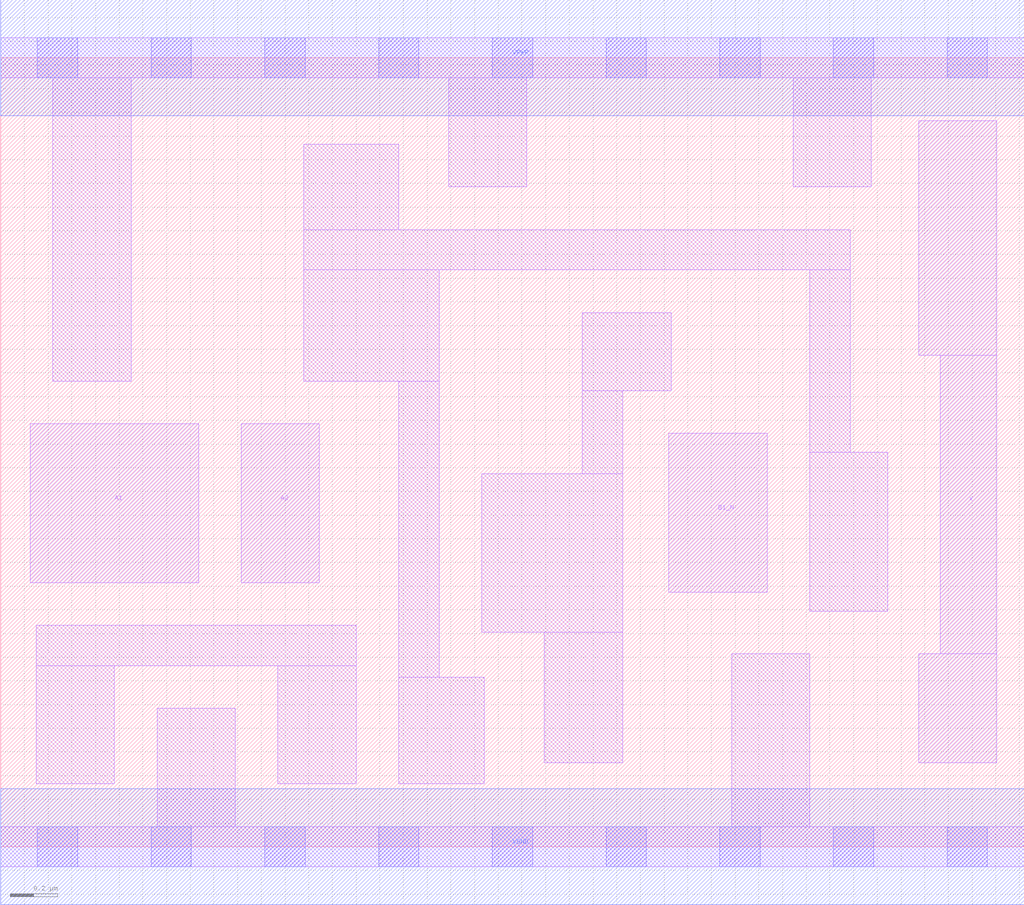
<source format=lef>
# Copyright 2020 The SkyWater PDK Authors
#
# Licensed under the Apache License, Version 2.0 (the "License");
# you may not use this file except in compliance with the License.
# You may obtain a copy of the License at
#
#     https://www.apache.org/licenses/LICENSE-2.0
#
# Unless required by applicable law or agreed to in writing, software
# distributed under the License is distributed on an "AS IS" BASIS,
# WITHOUT WARRANTIES OR CONDITIONS OF ANY KIND, either express or implied.
# See the License for the specific language governing permissions and
# limitations under the License.
#
# SPDX-License-Identifier: Apache-2.0

VERSION 5.7 ;
  NOWIREEXTENSIONATPIN ON ;
  DIVIDERCHAR "/" ;
  BUSBITCHARS "[]" ;
UNITS
  DATABASE MICRONS 200 ;
END UNITS
MACRO sky130_fd_sc_lp__o21ba_lp
  CLASS CORE ;
  FOREIGN sky130_fd_sc_lp__o21ba_lp ;
  ORIGIN  0.000000  0.000000 ;
  SIZE  4.320000 BY  3.330000 ;
  SYMMETRY X Y R90 ;
  SITE unit ;
  PIN A1
    ANTENNAGATEAREA  0.313000 ;
    DIRECTION INPUT ;
    USE SIGNAL ;
    PORT
      LAYER li1 ;
        RECT 0.125000 1.115000 0.835000 1.785000 ;
    END
  END A1
  PIN A2
    ANTENNAGATEAREA  0.313000 ;
    DIRECTION INPUT ;
    USE SIGNAL ;
    PORT
      LAYER li1 ;
        RECT 1.015000 1.115000 1.345000 1.785000 ;
    END
  END A2
  PIN B1_N
    ANTENNAGATEAREA  0.376000 ;
    DIRECTION INPUT ;
    USE SIGNAL ;
    PORT
      LAYER li1 ;
        RECT 2.820000 1.075000 3.235000 1.745000 ;
    END
  END B1_N
  PIN X
    ANTENNADIFFAREA  0.404700 ;
    DIRECTION OUTPUT ;
    USE SIGNAL ;
    PORT
      LAYER li1 ;
        RECT 3.875000 0.355000 4.205000 0.815000 ;
        RECT 3.875000 2.075000 4.205000 3.065000 ;
        RECT 3.965000 0.815000 4.205000 2.075000 ;
    END
  END X
  PIN VGND
    DIRECTION INOUT ;
    USE GROUND ;
    PORT
      LAYER met1 ;
        RECT 0.000000 -0.245000 4.320000 0.245000 ;
    END
  END VGND
  PIN VPWR
    DIRECTION INOUT ;
    USE POWER ;
    PORT
      LAYER met1 ;
        RECT 0.000000 3.085000 4.320000 3.575000 ;
    END
  END VPWR
  OBS
    LAYER li1 ;
      RECT 0.000000 -0.085000 4.320000 0.085000 ;
      RECT 0.000000  3.245000 4.320000 3.415000 ;
      RECT 0.150000  0.265000 0.480000 0.765000 ;
      RECT 0.150000  0.765000 1.500000 0.935000 ;
      RECT 0.220000  1.965000 0.550000 3.245000 ;
      RECT 0.660000  0.085000 0.990000 0.585000 ;
      RECT 1.170000  0.265000 1.500000 0.765000 ;
      RECT 1.280000  1.965000 1.850000 2.435000 ;
      RECT 1.280000  2.435000 3.585000 2.605000 ;
      RECT 1.280000  2.605000 1.680000 2.965000 ;
      RECT 1.680000  0.265000 2.040000 0.715000 ;
      RECT 1.680000  0.715000 1.850000 1.965000 ;
      RECT 1.890000  2.785000 2.220000 3.245000 ;
      RECT 2.030000  0.905000 2.625000 1.575000 ;
      RECT 2.295000  0.355000 2.625000 0.905000 ;
      RECT 2.455000  1.575000 2.625000 1.925000 ;
      RECT 2.455000  1.925000 2.830000 2.255000 ;
      RECT 3.085000  0.085000 3.415000 0.815000 ;
      RECT 3.345000  2.785000 3.675000 3.245000 ;
      RECT 3.415000  0.995000 3.745000 1.665000 ;
      RECT 3.415000  1.665000 3.585000 2.435000 ;
    LAYER mcon ;
      RECT 0.155000 -0.085000 0.325000 0.085000 ;
      RECT 0.155000  3.245000 0.325000 3.415000 ;
      RECT 0.635000 -0.085000 0.805000 0.085000 ;
      RECT 0.635000  3.245000 0.805000 3.415000 ;
      RECT 1.115000 -0.085000 1.285000 0.085000 ;
      RECT 1.115000  3.245000 1.285000 3.415000 ;
      RECT 1.595000 -0.085000 1.765000 0.085000 ;
      RECT 1.595000  3.245000 1.765000 3.415000 ;
      RECT 2.075000 -0.085000 2.245000 0.085000 ;
      RECT 2.075000  3.245000 2.245000 3.415000 ;
      RECT 2.555000 -0.085000 2.725000 0.085000 ;
      RECT 2.555000  3.245000 2.725000 3.415000 ;
      RECT 3.035000 -0.085000 3.205000 0.085000 ;
      RECT 3.035000  3.245000 3.205000 3.415000 ;
      RECT 3.515000 -0.085000 3.685000 0.085000 ;
      RECT 3.515000  3.245000 3.685000 3.415000 ;
      RECT 3.995000 -0.085000 4.165000 0.085000 ;
      RECT 3.995000  3.245000 4.165000 3.415000 ;
  END
END sky130_fd_sc_lp__o21ba_lp
END LIBRARY

</source>
